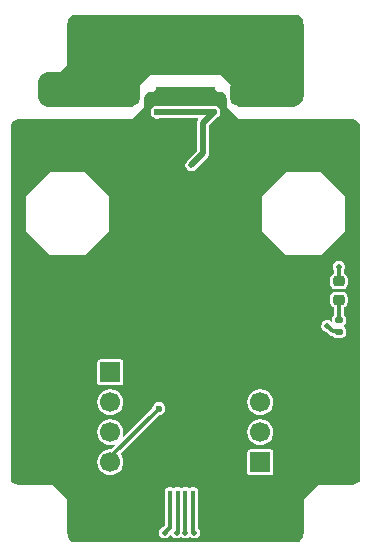
<source format=gtl>
G04 #@! TF.GenerationSoftware,KiCad,Pcbnew,9.0.4*
G04 #@! TF.CreationDate,2025-09-08T01:23:01+09:00*
G04 #@! TF.ProjectId,561SmartCard-USB,35363153-6d61-4727-9443-6172642d5553,rev?*
G04 #@! TF.SameCoordinates,Original*
G04 #@! TF.FileFunction,Copper,L1,Top*
G04 #@! TF.FilePolarity,Positive*
%FSLAX46Y46*%
G04 Gerber Fmt 4.6, Leading zero omitted, Abs format (unit mm)*
G04 Created by KiCad (PCBNEW 9.0.4) date 2025-09-08 01:23:01*
%MOMM*%
%LPD*%
G01*
G04 APERTURE LIST*
G04 Aperture macros list*
%AMRoundRect*
0 Rectangle with rounded corners*
0 $1 Rounding radius*
0 $2 $3 $4 $5 $6 $7 $8 $9 X,Y pos of 4 corners*
0 Add a 4 corners polygon primitive as box body*
4,1,4,$2,$3,$4,$5,$6,$7,$8,$9,$2,$3,0*
0 Add four circle primitives for the rounded corners*
1,1,$1+$1,$2,$3*
1,1,$1+$1,$4,$5*
1,1,$1+$1,$6,$7*
1,1,$1+$1,$8,$9*
0 Add four rect primitives between the rounded corners*
20,1,$1+$1,$2,$3,$4,$5,0*
20,1,$1+$1,$4,$5,$6,$7,0*
20,1,$1+$1,$6,$7,$8,$9,0*
20,1,$1+$1,$8,$9,$2,$3,0*%
G04 Aperture macros list end*
G04 #@! TA.AperFunction,SMDPad,CuDef*
%ADD10R,0.350000X3.250000*%
G04 #@! TD*
G04 #@! TA.AperFunction,ComponentPad*
%ADD11O,1.100000X2.800000*%
G04 #@! TD*
G04 #@! TA.AperFunction,ComponentPad*
%ADD12O,1.100000X2.400000*%
G04 #@! TD*
G04 #@! TA.AperFunction,SMDPad,CuDef*
%ADD13RoundRect,0.135000X-0.185000X0.135000X-0.185000X-0.135000X0.185000X-0.135000X0.185000X0.135000X0*%
G04 #@! TD*
G04 #@! TA.AperFunction,ComponentPad*
%ADD14R,1.700000X1.700000*%
G04 #@! TD*
G04 #@! TA.AperFunction,ComponentPad*
%ADD15C,1.700000*%
G04 #@! TD*
G04 #@! TA.AperFunction,SMDPad,CuDef*
%ADD16RoundRect,0.218750X-0.256250X0.218750X-0.256250X-0.218750X0.256250X-0.218750X0.256250X0.218750X0*%
G04 #@! TD*
G04 #@! TA.AperFunction,HeatsinkPad*
%ADD17O,1.000000X1.800000*%
G04 #@! TD*
G04 #@! TA.AperFunction,HeatsinkPad*
%ADD18O,1.000000X2.100000*%
G04 #@! TD*
G04 #@! TA.AperFunction,HeatsinkPad*
%ADD19R,2.700000X2.700000*%
G04 #@! TD*
G04 #@! TA.AperFunction,ViaPad*
%ADD20C,0.600000*%
G04 #@! TD*
G04 #@! TA.AperFunction,ViaPad*
%ADD21C,0.500000*%
G04 #@! TD*
G04 #@! TA.AperFunction,ViaPad*
%ADD22C,1.000000*%
G04 #@! TD*
G04 #@! TA.AperFunction,ViaPad*
%ADD23C,1.500000*%
G04 #@! TD*
G04 #@! TA.AperFunction,Conductor*
%ADD24C,0.300000*%
G04 #@! TD*
G04 #@! TA.AperFunction,Conductor*
%ADD25C,0.500000*%
G04 #@! TD*
G04 APERTURE END LIST*
D10*
X98700000Y-112055000D03*
X99350000Y-112055000D03*
X100000000Y-112055000D03*
X100650000Y-112055000D03*
X101300000Y-112055000D03*
D11*
X104100000Y-111550000D03*
D12*
X104100000Y-107500000D03*
D11*
X95900000Y-111550000D03*
D12*
X95900000Y-107500000D03*
D13*
X113000000Y-95990000D03*
X113000000Y-97010000D03*
D14*
X93650000Y-100440000D03*
D15*
X93650000Y-102980000D03*
X93650000Y-105520000D03*
X93650000Y-108060000D03*
D14*
X106350000Y-108060000D03*
D15*
X106350000Y-105520000D03*
X106350000Y-102980000D03*
X106350000Y-100440000D03*
D16*
X113000000Y-92712500D03*
X113000000Y-94287500D03*
D17*
X95680000Y-72625000D03*
D18*
X95680000Y-76805000D03*
D17*
X104320000Y-72625000D03*
D18*
X104320000Y-76805000D03*
D19*
X100500000Y-90000000D03*
D20*
X100000000Y-103000000D03*
D21*
X90500000Y-70500000D03*
X88000000Y-77500000D03*
X109500000Y-70500000D03*
X88000000Y-75500000D03*
X109500000Y-77500000D03*
X100000000Y-74500000D03*
X100000000Y-70500000D03*
X90250000Y-75000000D03*
X102750000Y-93800000D03*
X100000000Y-95000000D03*
X90500000Y-114500000D03*
X111750000Y-94500000D03*
X95000000Y-80500000D03*
X105750000Y-90500000D03*
X114500000Y-100000000D03*
X110000000Y-110000000D03*
X91000000Y-109250000D03*
D20*
X96800000Y-78400000D03*
D21*
X110000000Y-79500000D03*
X97000000Y-95000000D03*
X114500000Y-95000000D03*
X103800000Y-94150000D03*
X85500000Y-95000000D03*
X90000000Y-100000000D03*
X107500000Y-79500000D03*
X114500000Y-82500000D03*
X110000000Y-94500000D03*
X97250000Y-112300000D03*
X95000000Y-104500000D03*
X102200000Y-82200000D03*
X104500000Y-100000000D03*
X97250000Y-81500000D03*
D22*
X103500000Y-82000000D03*
D21*
X91000000Y-105000000D03*
X110000000Y-100000000D03*
X105000000Y-114500000D03*
X103650000Y-85500000D03*
X85500000Y-79500000D03*
X93000000Y-114500000D03*
X85500000Y-109500000D03*
X114500000Y-79500000D03*
X90000000Y-91000000D03*
X99500000Y-79500000D03*
X85500000Y-90000000D03*
X85500000Y-105000000D03*
X85500000Y-85000000D03*
X90000000Y-95000000D03*
X104500000Y-103000000D03*
D23*
X92500000Y-81000000D03*
D21*
X96000000Y-85800000D03*
X95000000Y-85000000D03*
X113000000Y-90000000D03*
X95250000Y-88500000D03*
D23*
X90000000Y-81000000D03*
D21*
X100000000Y-100000000D03*
X114500000Y-105000000D03*
X92100000Y-97750000D03*
X114500000Y-109500000D03*
X100500000Y-80100000D03*
X105000000Y-85000000D03*
X85500000Y-100000000D03*
D20*
X103200000Y-78400000D03*
D21*
X109500000Y-114550000D03*
X110000000Y-105000000D03*
X112000000Y-96500000D03*
X98250000Y-114000000D03*
X113000000Y-91500000D03*
D20*
X97600000Y-78400000D03*
X102400000Y-78400000D03*
D21*
X100500000Y-82900000D03*
X100000000Y-114000000D03*
X100750000Y-114000000D03*
X99250000Y-114000000D03*
D20*
X97750000Y-103500000D03*
D24*
X112480000Y-96980000D02*
X112000000Y-96500000D01*
X113000000Y-96980000D02*
X112480000Y-96980000D01*
X98700000Y-113550000D02*
X98250000Y-114000000D01*
X98700000Y-112055000D02*
X98700000Y-113550000D01*
X113000000Y-96020000D02*
X113000000Y-94287500D01*
X113000000Y-92712500D02*
X113000000Y-91500000D01*
D25*
X101500000Y-79300000D02*
X102400000Y-78400000D01*
X101500000Y-81900000D02*
X101500000Y-81300000D01*
X100500000Y-82900000D02*
X101500000Y-81900000D01*
X97600000Y-78400000D02*
X102400000Y-78400000D01*
X101500000Y-81300000D02*
X101500000Y-79300000D01*
D24*
X100000000Y-112055000D02*
X100000000Y-114000000D01*
X100650000Y-113900000D02*
X100750000Y-114000000D01*
X100650000Y-112055000D02*
X100650000Y-113900000D01*
X99350000Y-112055000D02*
X99350000Y-113900000D01*
X99350000Y-113900000D02*
X99250000Y-114000000D01*
X93650000Y-107600000D02*
X97750000Y-103500000D01*
X93650000Y-108060000D02*
X93650000Y-107600000D01*
G04 #@! TA.AperFunction,Conductor*
G36*
X109611536Y-70214460D02*
G01*
X109702424Y-70289050D01*
X109710949Y-70297575D01*
X109827626Y-70439747D01*
X109834324Y-70449771D01*
X109921024Y-70611974D01*
X109925638Y-70623113D01*
X109979026Y-70799113D01*
X109981378Y-70810937D01*
X109999704Y-70996994D01*
X110000000Y-71003022D01*
X110000000Y-76996977D01*
X109999704Y-77003005D01*
X109981378Y-77189062D01*
X109979026Y-77200886D01*
X109925638Y-77376886D01*
X109921024Y-77388025D01*
X109834324Y-77550228D01*
X109827626Y-77560252D01*
X109710949Y-77702424D01*
X109702424Y-77710949D01*
X109560252Y-77827626D01*
X109550228Y-77834324D01*
X109388025Y-77921024D01*
X109376886Y-77925638D01*
X109200886Y-77979026D01*
X109189062Y-77981378D01*
X109003005Y-77999704D01*
X108996977Y-78000000D01*
X104856576Y-78000000D01*
X104850548Y-77999704D01*
X104693062Y-77984192D01*
X104681238Y-77981840D01*
X104532708Y-77936784D01*
X104521569Y-77932170D01*
X104384686Y-77859004D01*
X104374662Y-77852306D01*
X104254682Y-77753842D01*
X104246157Y-77745317D01*
X104147693Y-77625337D01*
X104140995Y-77615313D01*
X104067829Y-77478430D01*
X104063215Y-77467291D01*
X104018159Y-77318761D01*
X104015807Y-77306937D01*
X104000296Y-77149452D01*
X104000000Y-77143424D01*
X104000000Y-76250000D01*
X103000000Y-75250000D01*
X102585786Y-75250000D01*
X97414214Y-75250000D01*
X97000000Y-75250000D01*
X96000000Y-76250000D01*
X96000000Y-77143424D01*
X95999704Y-77149452D01*
X95984192Y-77306937D01*
X95981840Y-77318761D01*
X95936784Y-77467291D01*
X95932170Y-77478430D01*
X95859004Y-77615313D01*
X95852306Y-77625337D01*
X95753842Y-77745317D01*
X95745317Y-77753842D01*
X95625337Y-77852306D01*
X95615313Y-77859004D01*
X95478430Y-77932170D01*
X95467291Y-77936784D01*
X95318761Y-77981840D01*
X95306937Y-77984192D01*
X95149452Y-77999704D01*
X95143424Y-78000000D01*
X88503023Y-78000000D01*
X88496995Y-77999704D01*
X88310937Y-77981378D01*
X88299113Y-77979026D01*
X88123113Y-77925638D01*
X88111974Y-77921024D01*
X87949771Y-77834324D01*
X87939747Y-77827626D01*
X87797575Y-77710949D01*
X87789050Y-77702424D01*
X87672373Y-77560252D01*
X87665675Y-77550228D01*
X87578975Y-77388025D01*
X87574362Y-77376890D01*
X87520972Y-77200884D01*
X87518621Y-77189062D01*
X87500296Y-77003005D01*
X87500000Y-76996977D01*
X87500000Y-75940522D01*
X87500296Y-75934494D01*
X87517420Y-75760630D01*
X87519772Y-75748806D01*
X87569607Y-75584522D01*
X87574214Y-75573398D01*
X87655142Y-75421992D01*
X87661840Y-75411970D01*
X87770747Y-75279265D01*
X87779265Y-75270747D01*
X87911971Y-75161839D01*
X87921994Y-75155142D01*
X88073398Y-75074214D01*
X88084522Y-75069607D01*
X88248810Y-75019771D01*
X88260626Y-75017420D01*
X88434495Y-75000296D01*
X88440523Y-75000000D01*
X89375000Y-75000000D01*
X90000000Y-74375000D01*
X90000000Y-71003022D01*
X90000296Y-70996994D01*
X90018621Y-70810937D01*
X90020973Y-70799113D01*
X90074364Y-70623105D01*
X90078971Y-70611981D01*
X90165675Y-70449769D01*
X90172373Y-70439747D01*
X90289053Y-70297571D01*
X90297571Y-70289053D01*
X90388464Y-70214459D01*
X90427479Y-70200500D01*
X109572521Y-70200500D01*
X109611536Y-70214460D01*
G37*
G04 #@! TD.AperFunction*
G04 #@! TA.AperFunction,Conductor*
G36*
X102338790Y-76250296D02*
G01*
X102349831Y-76251383D01*
X102409028Y-76257213D01*
X102450540Y-76279401D01*
X102464500Y-76318417D01*
X102464500Y-76361020D01*
X102493495Y-76469232D01*
X102493496Y-76469234D01*
X102493497Y-76469237D01*
X102549515Y-76566263D01*
X102628737Y-76645485D01*
X102725763Y-76701503D01*
X102725767Y-76701504D01*
X102833980Y-76730500D01*
X102833982Y-76730500D01*
X102946019Y-76730500D01*
X102982091Y-76720834D01*
X103054237Y-76701503D01*
X103106732Y-76671194D01*
X103122648Y-76669098D01*
X103137481Y-76662955D01*
X103145157Y-76666134D01*
X103153397Y-76665050D01*
X103180968Y-76680968D01*
X103204971Y-76704971D01*
X103209024Y-76709443D01*
X103327626Y-76853960D01*
X103334324Y-76863984D01*
X103421024Y-77026187D01*
X103425638Y-77037326D01*
X103479026Y-77213326D01*
X103481378Y-77225150D01*
X103499704Y-77411208D01*
X103500000Y-77417236D01*
X103500000Y-78000000D01*
X104500000Y-79000000D01*
X113996977Y-79000000D01*
X114003005Y-79000296D01*
X114189064Y-79018621D01*
X114200884Y-79020972D01*
X114376890Y-79074362D01*
X114388022Y-79078973D01*
X114440096Y-79106808D01*
X114550228Y-79165675D01*
X114560252Y-79172373D01*
X114702424Y-79289050D01*
X114710946Y-79297571D01*
X114785541Y-79388465D01*
X114799500Y-79427478D01*
X114799500Y-109572520D01*
X114785540Y-109611535D01*
X114710949Y-109702424D01*
X114702424Y-109710949D01*
X114560252Y-109827626D01*
X114550228Y-109834324D01*
X114388025Y-109921024D01*
X114376886Y-109925638D01*
X114200886Y-109979026D01*
X114189062Y-109981378D01*
X114003005Y-109999704D01*
X113996977Y-110000000D01*
X111250000Y-110000000D01*
X110000000Y-111250000D01*
X110000000Y-113996977D01*
X109999704Y-114003005D01*
X109981378Y-114189062D01*
X109979026Y-114200886D01*
X109925638Y-114376886D01*
X109921024Y-114388025D01*
X109834324Y-114550228D01*
X109827626Y-114560252D01*
X109710949Y-114702424D01*
X109702425Y-114710949D01*
X109672884Y-114735192D01*
X109611535Y-114785540D01*
X109572521Y-114799500D01*
X90427479Y-114799500D01*
X90388464Y-114785540D01*
X90297575Y-114710949D01*
X90289050Y-114702424D01*
X90172373Y-114560252D01*
X90165675Y-114550228D01*
X90078975Y-114388025D01*
X90074362Y-114376890D01*
X90020972Y-114200884D01*
X90018621Y-114189062D01*
X90000296Y-114003005D01*
X90000000Y-113996977D01*
X90000000Y-113934104D01*
X97749500Y-113934104D01*
X97749500Y-114065895D01*
X97783605Y-114193179D01*
X97783607Y-114193183D01*
X97783608Y-114193186D01*
X97849500Y-114307314D01*
X97942686Y-114400500D01*
X98056814Y-114466392D01*
X98056818Y-114466393D01*
X98056820Y-114466394D01*
X98184104Y-114500499D01*
X98184106Y-114500500D01*
X98184108Y-114500500D01*
X98315894Y-114500500D01*
X98315894Y-114500499D01*
X98443186Y-114466392D01*
X98557314Y-114400500D01*
X98650500Y-114307314D01*
X98696739Y-114227224D01*
X98734083Y-114198571D01*
X98780750Y-114204714D01*
X98803259Y-114227223D01*
X98849500Y-114307314D01*
X98942686Y-114400500D01*
X99056814Y-114466392D01*
X99056818Y-114466393D01*
X99056820Y-114466394D01*
X99184104Y-114500499D01*
X99184106Y-114500500D01*
X99184108Y-114500500D01*
X99315894Y-114500500D01*
X99315894Y-114500499D01*
X99443186Y-114466392D01*
X99557314Y-114400500D01*
X99581513Y-114376301D01*
X99625000Y-114358288D01*
X99668487Y-114376301D01*
X99692686Y-114400500D01*
X99806814Y-114466392D01*
X99806818Y-114466393D01*
X99806820Y-114466394D01*
X99934104Y-114500499D01*
X99934106Y-114500500D01*
X99934108Y-114500500D01*
X100065894Y-114500500D01*
X100065894Y-114500499D01*
X100193186Y-114466392D01*
X100307314Y-114400500D01*
X100331513Y-114376301D01*
X100375000Y-114358288D01*
X100418487Y-114376301D01*
X100442686Y-114400500D01*
X100556814Y-114466392D01*
X100556818Y-114466393D01*
X100556820Y-114466394D01*
X100684104Y-114500499D01*
X100684106Y-114500500D01*
X100684108Y-114500500D01*
X100815894Y-114500500D01*
X100815894Y-114500499D01*
X100943186Y-114466392D01*
X101057314Y-114400500D01*
X101150500Y-114307314D01*
X101216392Y-114193186D01*
X101250499Y-114065894D01*
X101250500Y-114065894D01*
X101250500Y-113934105D01*
X101250499Y-113934104D01*
X101216394Y-113806820D01*
X101216393Y-113806818D01*
X101216392Y-113806814D01*
X101150500Y-113692686D01*
X101093513Y-113635699D01*
X101075500Y-113592212D01*
X101075500Y-110405323D01*
X101075499Y-110405322D01*
X101060967Y-110332261D01*
X101047172Y-110311615D01*
X101005601Y-110249399D01*
X100964028Y-110221621D01*
X100922738Y-110194032D01*
X100849677Y-110179500D01*
X100849674Y-110179500D01*
X100450326Y-110179500D01*
X100450323Y-110179500D01*
X100377261Y-110194032D01*
X100359166Y-110206123D01*
X100313000Y-110215304D01*
X100290834Y-110206123D01*
X100272738Y-110194032D01*
X100199677Y-110179500D01*
X100199674Y-110179500D01*
X99800326Y-110179500D01*
X99800323Y-110179500D01*
X99727261Y-110194032D01*
X99709166Y-110206123D01*
X99663000Y-110215304D01*
X99640834Y-110206123D01*
X99622738Y-110194032D01*
X99549677Y-110179500D01*
X99549674Y-110179500D01*
X99150326Y-110179500D01*
X99150323Y-110179500D01*
X99077261Y-110194032D01*
X99059166Y-110206123D01*
X99013000Y-110215304D01*
X98990834Y-110206123D01*
X98972738Y-110194032D01*
X98899677Y-110179500D01*
X98899674Y-110179500D01*
X98500326Y-110179500D01*
X98500323Y-110179500D01*
X98427261Y-110194032D01*
X98344399Y-110249399D01*
X98289032Y-110332261D01*
X98274500Y-110405322D01*
X98274500Y-113383633D01*
X98256487Y-113427119D01*
X98195757Y-113487848D01*
X98168188Y-113503765D01*
X98056818Y-113533606D01*
X98056814Y-113533608D01*
X97942687Y-113599499D01*
X97942682Y-113599503D01*
X97849503Y-113692682D01*
X97849499Y-113692687D01*
X97783608Y-113806814D01*
X97783605Y-113806820D01*
X97749500Y-113934104D01*
X90000000Y-113934104D01*
X90000000Y-111250000D01*
X88750000Y-110000000D01*
X88335786Y-110000000D01*
X86003023Y-110000000D01*
X85996995Y-109999704D01*
X85810937Y-109981378D01*
X85799113Y-109979026D01*
X85623113Y-109925638D01*
X85611974Y-109921024D01*
X85449771Y-109834324D01*
X85439747Y-109827626D01*
X85297575Y-109710949D01*
X85289050Y-109702424D01*
X85214460Y-109611535D01*
X85200500Y-109572520D01*
X85200500Y-105433385D01*
X92549500Y-105433385D01*
X92549500Y-105606614D01*
X92576598Y-105777703D01*
X92630127Y-105942446D01*
X92708769Y-106096790D01*
X92810584Y-106236926D01*
X92810585Y-106236927D01*
X92810586Y-106236928D01*
X92933072Y-106359414D01*
X93073212Y-106461232D01*
X93227555Y-106539873D01*
X93392296Y-106593401D01*
X93392299Y-106593402D01*
X93563389Y-106620500D01*
X93563393Y-106620500D01*
X93736607Y-106620500D01*
X93736611Y-106620500D01*
X93907701Y-106593402D01*
X93907704Y-106593401D01*
X93907705Y-106593401D01*
X93923055Y-106588413D01*
X93934414Y-106584722D01*
X93981340Y-106588413D01*
X94011910Y-106624204D01*
X94008219Y-106671130D01*
X93996908Y-106686698D01*
X93742120Y-106941487D01*
X93698633Y-106959500D01*
X93563385Y-106959500D01*
X93392296Y-106986598D01*
X93227553Y-107040127D01*
X93073209Y-107118769D01*
X92933073Y-107220584D01*
X92933073Y-107220585D01*
X92933072Y-107220586D01*
X92810586Y-107343072D01*
X92810585Y-107343073D01*
X92810584Y-107343073D01*
X92708769Y-107483209D01*
X92630127Y-107637553D01*
X92576598Y-107802296D01*
X92549500Y-107973385D01*
X92549500Y-108146614D01*
X92576598Y-108317703D01*
X92630127Y-108482446D01*
X92708769Y-108636790D01*
X92810584Y-108776926D01*
X92810585Y-108776927D01*
X92810586Y-108776928D01*
X92933072Y-108899414D01*
X93073212Y-109001232D01*
X93227555Y-109079873D01*
X93392296Y-109133401D01*
X93392299Y-109133402D01*
X93563389Y-109160500D01*
X93563393Y-109160500D01*
X93736607Y-109160500D01*
X93736611Y-109160500D01*
X93907701Y-109133402D01*
X94072445Y-109079873D01*
X94226788Y-109001232D01*
X94366928Y-108899414D01*
X94489414Y-108776928D01*
X94591232Y-108636788D01*
X94669873Y-108482445D01*
X94723402Y-108317701D01*
X94750500Y-108146611D01*
X94750500Y-107973389D01*
X94723402Y-107802299D01*
X94669873Y-107637555D01*
X94591232Y-107483212D01*
X94513515Y-107376244D01*
X94502527Y-107330474D01*
X94519781Y-107296610D01*
X94631069Y-107185322D01*
X105249500Y-107185322D01*
X105249500Y-108934677D01*
X105264032Y-109007738D01*
X105291621Y-109049028D01*
X105319399Y-109090601D01*
X105381615Y-109132172D01*
X105402261Y-109145967D01*
X105460473Y-109157545D01*
X105475322Y-109160499D01*
X105475323Y-109160500D01*
X105475326Y-109160500D01*
X107224677Y-109160500D01*
X107224677Y-109160499D01*
X107253980Y-109154670D01*
X107297738Y-109145967D01*
X107297739Y-109145966D01*
X107297740Y-109145966D01*
X107380601Y-109090601D01*
X107435966Y-109007740D01*
X107435966Y-109007739D01*
X107435967Y-109007738D01*
X107450499Y-108934677D01*
X107450500Y-108934677D01*
X107450500Y-107185323D01*
X107450499Y-107185322D01*
X107435967Y-107112261D01*
X107422172Y-107091615D01*
X107380601Y-107029399D01*
X107316544Y-106986598D01*
X107297738Y-106974032D01*
X107224677Y-106959500D01*
X107224674Y-106959500D01*
X105475326Y-106959500D01*
X105475323Y-106959500D01*
X105402261Y-106974032D01*
X105319399Y-107029399D01*
X105264032Y-107112261D01*
X105249500Y-107185322D01*
X94631069Y-107185322D01*
X96383007Y-105433385D01*
X105249500Y-105433385D01*
X105249500Y-105606614D01*
X105276598Y-105777703D01*
X105330127Y-105942446D01*
X105408769Y-106096790D01*
X105510584Y-106236926D01*
X105510585Y-106236927D01*
X105510586Y-106236928D01*
X105633072Y-106359414D01*
X105773212Y-106461232D01*
X105927555Y-106539873D01*
X106092296Y-106593401D01*
X106092299Y-106593402D01*
X106263389Y-106620500D01*
X106263393Y-106620500D01*
X106436607Y-106620500D01*
X106436611Y-106620500D01*
X106607701Y-106593402D01*
X106772445Y-106539873D01*
X106926788Y-106461232D01*
X107066928Y-106359414D01*
X107189414Y-106236928D01*
X107291232Y-106096788D01*
X107369873Y-105942445D01*
X107423402Y-105777701D01*
X107450500Y-105606611D01*
X107450500Y-105433389D01*
X107423402Y-105262299D01*
X107369873Y-105097555D01*
X107291232Y-104943212D01*
X107189414Y-104803072D01*
X107066928Y-104680586D01*
X107066927Y-104680585D01*
X107066926Y-104680584D01*
X106926790Y-104578769D01*
X106772446Y-104500127D01*
X106607702Y-104446598D01*
X106607704Y-104446598D01*
X106436614Y-104419500D01*
X106436611Y-104419500D01*
X106263389Y-104419500D01*
X106263385Y-104419500D01*
X106092296Y-104446598D01*
X105927553Y-104500127D01*
X105773209Y-104578769D01*
X105633073Y-104680584D01*
X105633073Y-104680585D01*
X105633072Y-104680586D01*
X105510586Y-104803072D01*
X105510585Y-104803073D01*
X105510584Y-104803073D01*
X105408769Y-104943209D01*
X105330127Y-105097553D01*
X105276598Y-105262296D01*
X105249500Y-105433385D01*
X96383007Y-105433385D01*
X97747879Y-104068513D01*
X97791366Y-104050500D01*
X97822476Y-104050500D01*
X97884206Y-104033958D01*
X97962485Y-104012984D01*
X98088015Y-103940509D01*
X98190509Y-103838015D01*
X98262984Y-103712485D01*
X98277540Y-103658158D01*
X98300500Y-103572477D01*
X98300500Y-103427522D01*
X98262985Y-103287519D01*
X98262984Y-103287515D01*
X98190509Y-103161985D01*
X98088015Y-103059491D01*
X97962485Y-102987016D01*
X97962482Y-102987015D01*
X97962480Y-102987014D01*
X97825750Y-102950377D01*
X97822477Y-102949500D01*
X97822475Y-102949500D01*
X97677525Y-102949500D01*
X97677523Y-102949500D01*
X97537519Y-102987014D01*
X97537515Y-102987016D01*
X97411986Y-103059490D01*
X97411981Y-103059494D01*
X97309494Y-103161981D01*
X97309490Y-103161986D01*
X97237016Y-103287515D01*
X97237014Y-103287519D01*
X97199500Y-103427522D01*
X97199500Y-103458633D01*
X97181487Y-103502120D01*
X94816698Y-105866908D01*
X94773211Y-105884921D01*
X94729724Y-105866908D01*
X94711711Y-105823421D01*
X94714722Y-105804414D01*
X94723401Y-105777705D01*
X94723401Y-105777704D01*
X94723401Y-105777703D01*
X94723402Y-105777701D01*
X94750500Y-105606611D01*
X94750500Y-105433389D01*
X94723402Y-105262299D01*
X94669873Y-105097555D01*
X94591232Y-104943212D01*
X94489414Y-104803072D01*
X94366928Y-104680586D01*
X94366927Y-104680585D01*
X94366926Y-104680584D01*
X94226790Y-104578769D01*
X94072446Y-104500127D01*
X93907702Y-104446598D01*
X93907704Y-104446598D01*
X93736614Y-104419500D01*
X93736611Y-104419500D01*
X93563389Y-104419500D01*
X93563385Y-104419500D01*
X93392296Y-104446598D01*
X93227553Y-104500127D01*
X93073209Y-104578769D01*
X92933073Y-104680584D01*
X92933073Y-104680585D01*
X92933072Y-104680586D01*
X92810586Y-104803072D01*
X92810585Y-104803073D01*
X92810584Y-104803073D01*
X92708769Y-104943209D01*
X92630127Y-105097553D01*
X92576598Y-105262296D01*
X92549500Y-105433385D01*
X85200500Y-105433385D01*
X85200500Y-102893385D01*
X92549500Y-102893385D01*
X92549500Y-103066614D01*
X92576598Y-103237703D01*
X92630127Y-103402446D01*
X92708769Y-103556790D01*
X92810584Y-103696926D01*
X92810585Y-103696927D01*
X92810586Y-103696928D01*
X92933072Y-103819414D01*
X93073212Y-103921232D01*
X93227555Y-103999873D01*
X93392296Y-104053401D01*
X93392299Y-104053402D01*
X93563389Y-104080500D01*
X93563393Y-104080500D01*
X93736607Y-104080500D01*
X93736611Y-104080500D01*
X93907701Y-104053402D01*
X94072445Y-103999873D01*
X94226788Y-103921232D01*
X94366928Y-103819414D01*
X94489414Y-103696928D01*
X94591232Y-103556788D01*
X94669873Y-103402445D01*
X94723402Y-103237701D01*
X94750500Y-103066611D01*
X94750500Y-102893389D01*
X94750499Y-102893385D01*
X105249500Y-102893385D01*
X105249500Y-103066614D01*
X105276598Y-103237703D01*
X105330127Y-103402446D01*
X105408769Y-103556790D01*
X105510584Y-103696926D01*
X105510585Y-103696927D01*
X105510586Y-103696928D01*
X105633072Y-103819414D01*
X105773212Y-103921232D01*
X105927555Y-103999873D01*
X106092296Y-104053401D01*
X106092299Y-104053402D01*
X106263389Y-104080500D01*
X106263393Y-104080500D01*
X106436607Y-104080500D01*
X106436611Y-104080500D01*
X106607701Y-104053402D01*
X106772445Y-103999873D01*
X106926788Y-103921232D01*
X107066928Y-103819414D01*
X107189414Y-103696928D01*
X107291232Y-103556788D01*
X107369873Y-103402445D01*
X107423402Y-103237701D01*
X107450500Y-103066611D01*
X107450500Y-102893389D01*
X107423402Y-102722299D01*
X107369873Y-102557555D01*
X107291232Y-102403212D01*
X107189414Y-102263072D01*
X107066928Y-102140586D01*
X107066927Y-102140585D01*
X107066926Y-102140584D01*
X106926790Y-102038769D01*
X106772446Y-101960127D01*
X106607702Y-101906598D01*
X106607704Y-101906598D01*
X106436614Y-101879500D01*
X106436611Y-101879500D01*
X106263389Y-101879500D01*
X106263385Y-101879500D01*
X106092296Y-101906598D01*
X105927553Y-101960127D01*
X105773209Y-102038769D01*
X105633073Y-102140584D01*
X105633073Y-102140585D01*
X105633072Y-102140586D01*
X105510586Y-102263072D01*
X105510585Y-102263073D01*
X105510584Y-102263073D01*
X105408769Y-102403209D01*
X105330127Y-102557553D01*
X105276598Y-102722296D01*
X105249500Y-102893385D01*
X94750499Y-102893385D01*
X94723402Y-102722299D01*
X94669873Y-102557555D01*
X94591232Y-102403212D01*
X94489414Y-102263072D01*
X94366928Y-102140586D01*
X94366927Y-102140585D01*
X94366926Y-102140584D01*
X94226790Y-102038769D01*
X94072446Y-101960127D01*
X93907702Y-101906598D01*
X93907704Y-101906598D01*
X93736614Y-101879500D01*
X93736611Y-101879500D01*
X93563389Y-101879500D01*
X93563385Y-101879500D01*
X93392296Y-101906598D01*
X93227553Y-101960127D01*
X93073209Y-102038769D01*
X92933073Y-102140584D01*
X92933073Y-102140585D01*
X92933072Y-102140586D01*
X92810586Y-102263072D01*
X92810585Y-102263073D01*
X92810584Y-102263073D01*
X92708769Y-102403209D01*
X92630127Y-102557553D01*
X92576598Y-102722296D01*
X92549500Y-102893385D01*
X85200500Y-102893385D01*
X85200500Y-99565322D01*
X92549500Y-99565322D01*
X92549500Y-101314677D01*
X92564032Y-101387738D01*
X92591621Y-101429028D01*
X92619399Y-101470601D01*
X92681615Y-101512172D01*
X92702261Y-101525967D01*
X92760473Y-101537545D01*
X92775322Y-101540499D01*
X92775323Y-101540500D01*
X92775326Y-101540500D01*
X94524677Y-101540500D01*
X94524677Y-101540499D01*
X94553980Y-101534670D01*
X94597738Y-101525967D01*
X94597739Y-101525966D01*
X94597740Y-101525966D01*
X94680601Y-101470601D01*
X94735966Y-101387740D01*
X94735966Y-101387739D01*
X94735967Y-101387738D01*
X94750499Y-101314677D01*
X94750500Y-101314677D01*
X94750500Y-99565323D01*
X94750499Y-99565322D01*
X94735967Y-99492261D01*
X94722172Y-99471615D01*
X94680601Y-99409399D01*
X94639028Y-99381621D01*
X94597738Y-99354032D01*
X94524677Y-99339500D01*
X94524674Y-99339500D01*
X92775326Y-99339500D01*
X92775323Y-99339500D01*
X92702261Y-99354032D01*
X92619399Y-99409399D01*
X92564032Y-99492261D01*
X92549500Y-99565322D01*
X85200500Y-99565322D01*
X85200500Y-96434104D01*
X111499500Y-96434104D01*
X111499500Y-96565895D01*
X111533605Y-96693179D01*
X111533607Y-96693183D01*
X111533608Y-96693186D01*
X111599500Y-96807314D01*
X111692686Y-96900500D01*
X111806814Y-96966392D01*
X111918190Y-96996234D01*
X111945760Y-97012152D01*
X112157367Y-97223759D01*
X112157372Y-97223765D01*
X112159520Y-97225913D01*
X112234087Y-97300480D01*
X112325413Y-97353207D01*
X112325417Y-97353208D01*
X112427272Y-97380501D01*
X112427274Y-97380501D01*
X112479849Y-97380501D01*
X112523336Y-97398514D01*
X112587898Y-97463076D01*
X112703482Y-97519582D01*
X112778418Y-97530500D01*
X112778421Y-97530500D01*
X113221579Y-97530500D01*
X113221582Y-97530500D01*
X113296518Y-97519582D01*
X113412102Y-97463076D01*
X113503076Y-97372102D01*
X113559582Y-97256518D01*
X113570500Y-97181582D01*
X113570500Y-96838418D01*
X113559582Y-96763482D01*
X113503076Y-96647898D01*
X113412102Y-96556924D01*
X113412101Y-96556923D01*
X113408680Y-96555251D01*
X113377523Y-96519969D01*
X113380440Y-96472989D01*
X113408680Y-96444749D01*
X113409127Y-96444530D01*
X113412102Y-96443076D01*
X113503076Y-96352102D01*
X113559582Y-96236518D01*
X113570500Y-96161582D01*
X113570500Y-95818418D01*
X113559582Y-95743482D01*
X113503076Y-95627898D01*
X113418513Y-95543335D01*
X113400500Y-95499848D01*
X113400500Y-94995974D01*
X113418513Y-94952487D01*
X113440506Y-94938352D01*
X113483450Y-94922336D01*
X113591472Y-94841472D01*
X113672336Y-94733450D01*
X113719491Y-94607022D01*
X113725500Y-94551130D01*
X113725500Y-94023870D01*
X113719491Y-93967978D01*
X113672336Y-93841550D01*
X113672334Y-93841547D01*
X113591474Y-93733530D01*
X113591469Y-93733525D01*
X113483452Y-93652665D01*
X113483448Y-93652663D01*
X113357026Y-93605510D01*
X113357024Y-93605509D01*
X113357022Y-93605509D01*
X113301130Y-93599500D01*
X112698870Y-93599500D01*
X112642978Y-93605509D01*
X112642976Y-93605509D01*
X112642973Y-93605510D01*
X112516551Y-93652663D01*
X112516547Y-93652665D01*
X112408530Y-93733525D01*
X112408525Y-93733530D01*
X112327665Y-93841547D01*
X112327663Y-93841551D01*
X112280510Y-93967973D01*
X112280509Y-93967976D01*
X112280509Y-93967978D01*
X112274500Y-94023870D01*
X112274500Y-94551130D01*
X112280509Y-94607022D01*
X112280509Y-94607024D01*
X112280510Y-94607026D01*
X112327663Y-94733448D01*
X112327665Y-94733452D01*
X112408525Y-94841469D01*
X112408530Y-94841474D01*
X112516547Y-94922334D01*
X112516550Y-94922336D01*
X112559492Y-94938352D01*
X112593942Y-94970425D01*
X112599500Y-94995974D01*
X112599500Y-95499848D01*
X112581487Y-95543335D01*
X112496923Y-95627898D01*
X112440417Y-95743482D01*
X112429500Y-95818412D01*
X112429500Y-96073212D01*
X112411487Y-96116699D01*
X112368000Y-96134712D01*
X112324513Y-96116699D01*
X112307317Y-96099503D01*
X112307314Y-96099500D01*
X112193186Y-96033608D01*
X112193183Y-96033607D01*
X112193179Y-96033605D01*
X112065895Y-95999500D01*
X112065892Y-95999500D01*
X111934108Y-95999500D01*
X111934105Y-95999500D01*
X111806820Y-96033605D01*
X111806814Y-96033608D01*
X111692687Y-96099499D01*
X111692682Y-96099503D01*
X111599503Y-96192682D01*
X111599499Y-96192687D01*
X111533608Y-96306814D01*
X111533605Y-96306820D01*
X111499500Y-96434104D01*
X85200500Y-96434104D01*
X85200500Y-92448870D01*
X112274500Y-92448870D01*
X112274500Y-92976130D01*
X112280509Y-93032022D01*
X112280509Y-93032024D01*
X112280510Y-93032026D01*
X112327663Y-93158448D01*
X112327665Y-93158452D01*
X112408525Y-93266469D01*
X112408530Y-93266474D01*
X112516547Y-93347334D01*
X112516550Y-93347336D01*
X112642978Y-93394491D01*
X112698870Y-93400500D01*
X112698872Y-93400500D01*
X113301128Y-93400500D01*
X113301130Y-93400500D01*
X113357022Y-93394491D01*
X113483450Y-93347336D01*
X113591472Y-93266472D01*
X113672336Y-93158450D01*
X113719491Y-93032022D01*
X113725500Y-92976130D01*
X113725500Y-92448870D01*
X113719491Y-92392978D01*
X113672336Y-92266550D01*
X113672334Y-92266547D01*
X113591474Y-92158530D01*
X113591469Y-92158525D01*
X113483452Y-92077665D01*
X113483447Y-92077663D01*
X113440508Y-92061647D01*
X113406057Y-92029573D01*
X113400500Y-92004025D01*
X113400500Y-91823793D01*
X113408739Y-91793043D01*
X113466392Y-91693186D01*
X113500499Y-91565894D01*
X113500500Y-91565894D01*
X113500500Y-91434105D01*
X113500499Y-91434104D01*
X113466394Y-91306820D01*
X113466393Y-91306818D01*
X113466392Y-91306814D01*
X113400500Y-91192686D01*
X113307314Y-91099500D01*
X113193186Y-91033608D01*
X113193183Y-91033607D01*
X113193179Y-91033605D01*
X113065895Y-90999500D01*
X113065892Y-90999500D01*
X112934108Y-90999500D01*
X112934105Y-90999500D01*
X112806820Y-91033605D01*
X112806814Y-91033608D01*
X112692687Y-91099499D01*
X112692682Y-91099503D01*
X112599503Y-91192682D01*
X112599499Y-91192687D01*
X112533608Y-91306814D01*
X112533605Y-91306820D01*
X112499500Y-91434104D01*
X112499500Y-91565895D01*
X112533605Y-91693179D01*
X112533607Y-91693183D01*
X112533608Y-91693186D01*
X112591261Y-91793043D01*
X112599500Y-91823793D01*
X112599500Y-92004025D01*
X112581487Y-92047512D01*
X112559492Y-92061647D01*
X112516552Y-92077663D01*
X112516547Y-92077665D01*
X112408530Y-92158525D01*
X112408525Y-92158530D01*
X112327665Y-92266547D01*
X112327663Y-92266551D01*
X112280510Y-92392973D01*
X112280509Y-92392976D01*
X112280509Y-92392978D01*
X112274500Y-92448870D01*
X85200500Y-92448870D01*
X85200500Y-85500000D01*
X86500000Y-85500000D01*
X86500000Y-88500000D01*
X88500000Y-90500000D01*
X91500000Y-90500000D01*
X93500000Y-88500000D01*
X93500000Y-85500000D01*
X106500000Y-85500000D01*
X106500000Y-88500000D01*
X108500000Y-90500000D01*
X111500000Y-90500000D01*
X113500000Y-88500000D01*
X113500000Y-85500000D01*
X111500000Y-83500000D01*
X108500000Y-83500000D01*
X106500000Y-85500000D01*
X93500000Y-85500000D01*
X91500000Y-83500000D01*
X88500000Y-83500000D01*
X86500000Y-85500000D01*
X85200500Y-85500000D01*
X85200500Y-79427478D01*
X85214459Y-79388464D01*
X85289053Y-79297571D01*
X85297571Y-79289053D01*
X85439748Y-79172371D01*
X85449771Y-79165675D01*
X85611981Y-79078971D01*
X85623105Y-79074364D01*
X85799117Y-79020972D01*
X85810933Y-79018621D01*
X85996995Y-79000296D01*
X86003023Y-79000000D01*
X95500000Y-79000000D01*
X96172478Y-78327522D01*
X97049500Y-78327522D01*
X97049500Y-78472477D01*
X97087014Y-78612480D01*
X97087015Y-78612482D01*
X97087016Y-78612485D01*
X97159491Y-78738015D01*
X97261985Y-78840509D01*
X97387515Y-78912984D01*
X97404062Y-78917417D01*
X97527523Y-78950500D01*
X97527525Y-78950500D01*
X97672476Y-78950500D01*
X97744880Y-78931099D01*
X97812485Y-78912984D01*
X97819838Y-78908739D01*
X97850587Y-78900500D01*
X101046203Y-78900500D01*
X101089690Y-78918513D01*
X101107703Y-78962000D01*
X101099463Y-78992750D01*
X101033610Y-79106808D01*
X101033605Y-79106820D01*
X100999500Y-79234104D01*
X100999500Y-81667212D01*
X100981487Y-81710699D01*
X100099503Y-82592682D01*
X100099499Y-82592687D01*
X100033608Y-82706814D01*
X100033605Y-82706820D01*
X99999500Y-82834104D01*
X99999500Y-82965895D01*
X100033605Y-83093179D01*
X100033607Y-83093183D01*
X100033608Y-83093186D01*
X100099500Y-83207314D01*
X100192686Y-83300500D01*
X100306814Y-83366392D01*
X100306818Y-83366393D01*
X100306820Y-83366394D01*
X100434104Y-83400499D01*
X100434106Y-83400500D01*
X100434108Y-83400500D01*
X100565894Y-83400500D01*
X100565894Y-83400499D01*
X100693186Y-83366392D01*
X100807314Y-83300500D01*
X100900500Y-83207314D01*
X101900500Y-82207314D01*
X101966392Y-82093186D01*
X102000499Y-81965894D01*
X102000500Y-81965894D01*
X102000500Y-79532786D01*
X102018512Y-79489300D01*
X102576714Y-78931097D01*
X102604285Y-78915180D01*
X102612485Y-78912984D01*
X102738015Y-78840509D01*
X102840509Y-78738015D01*
X102912984Y-78612485D01*
X102927540Y-78558158D01*
X102950500Y-78472477D01*
X102950500Y-78327522D01*
X102912985Y-78187519D01*
X102912984Y-78187515D01*
X102840509Y-78061985D01*
X102738015Y-77959491D01*
X102612485Y-77887016D01*
X102612482Y-77887015D01*
X102612480Y-77887014D01*
X102472477Y-77849500D01*
X102472475Y-77849500D01*
X102327525Y-77849500D01*
X102327523Y-77849500D01*
X102187519Y-77887014D01*
X102187511Y-77887018D01*
X102180162Y-77891261D01*
X102149413Y-77899500D01*
X97850587Y-77899500D01*
X97819838Y-77891261D01*
X97812488Y-77887018D01*
X97812485Y-77887016D01*
X97812482Y-77887015D01*
X97812480Y-77887014D01*
X97672477Y-77849500D01*
X97672475Y-77849500D01*
X97527525Y-77849500D01*
X97527523Y-77849500D01*
X97387519Y-77887014D01*
X97387515Y-77887016D01*
X97261986Y-77959490D01*
X97261981Y-77959494D01*
X97159494Y-78061981D01*
X97159490Y-78061986D01*
X97087016Y-78187515D01*
X97087014Y-78187519D01*
X97049500Y-78327522D01*
X96172478Y-78327522D01*
X96500000Y-78000000D01*
X96500000Y-77417236D01*
X96500296Y-77411208D01*
X96518621Y-77225150D01*
X96520973Y-77213326D01*
X96574364Y-77037318D01*
X96578971Y-77026194D01*
X96665675Y-76863982D01*
X96672373Y-76853960D01*
X96790984Y-76709432D01*
X96795018Y-76704981D01*
X96819032Y-76680967D01*
X96862518Y-76662955D01*
X96893268Y-76671195D01*
X96945757Y-76701500D01*
X96945759Y-76701501D01*
X96945763Y-76701503D01*
X96945767Y-76701504D01*
X97053980Y-76730500D01*
X97053982Y-76730500D01*
X97166019Y-76730500D01*
X97244645Y-76709432D01*
X97274237Y-76701503D01*
X97371263Y-76645485D01*
X97450485Y-76566263D01*
X97506503Y-76469237D01*
X97517754Y-76427246D01*
X97535500Y-76361020D01*
X97535500Y-76318417D01*
X97543437Y-76299255D01*
X97549460Y-76279401D01*
X97552286Y-76277890D01*
X97553513Y-76274930D01*
X97590971Y-76257213D01*
X97650168Y-76251383D01*
X97661210Y-76250296D01*
X97667237Y-76250000D01*
X102332763Y-76250000D01*
X102338790Y-76250296D01*
G37*
G04 #@! TD.AperFunction*
M02*

</source>
